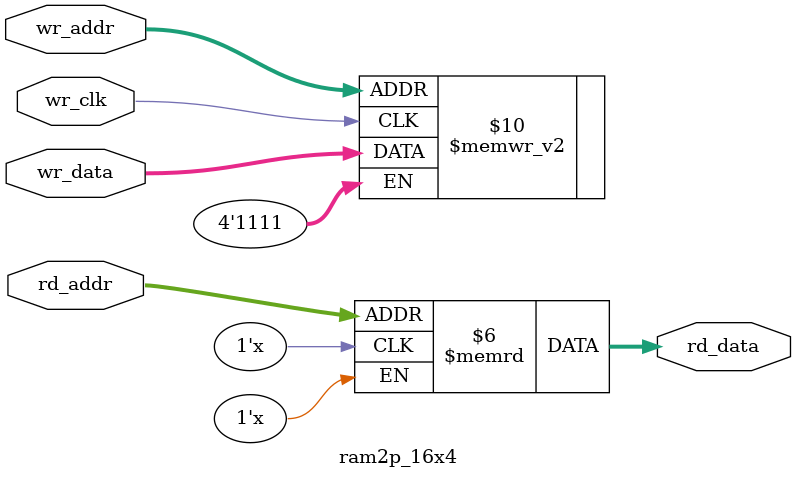
<source format=v>


module ram2p_16x4 (
   input wire  [3:0] wr_addr,   // need 4 bits to specify 16 locations
   input wire  [3:0] wr_data,
   input wire  wr_clk,          // data_in stored on rising clock edge
   input wire  [3:0] rd_addr,   // need 4 bits to specify 16 locations   
   output wire [3:0] rd_data    // data_out changes when address changes
);

   reg [3:0] ram_array [15:0];  // declare an array of 16 4-bit vectors

   always @(posedge wr_clk)
   begin
    ram_array[wr_addr] <= wr_data;
   end

   assign rd_data = ram_array[rd_addr];
endmodule
</source>
